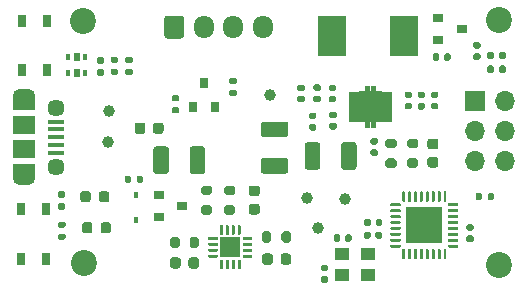
<source format=gbr>
%TF.GenerationSoftware,KiCad,Pcbnew,(5.1.10)-1*%
%TF.CreationDate,2022-01-07T12:59:57+03:00*%
%TF.ProjectId,calve_heater,63616c76-655f-4686-9561-7465722e6b69,rev?*%
%TF.SameCoordinates,Original*%
%TF.FileFunction,Soldermask,Top*%
%TF.FilePolarity,Negative*%
%FSLAX46Y46*%
G04 Gerber Fmt 4.6, Leading zero omitted, Abs format (unit mm)*
G04 Created by KiCad (PCBNEW (5.1.10)-1) date 2022-01-07 12:59:57*
%MOMM*%
%LPD*%
G01*
G04 APERTURE LIST*
%ADD10C,0.010000*%
%ADD11C,2.200000*%
%ADD12R,0.450000X0.600000*%
%ADD13R,1.900000X1.500000*%
%ADD14C,1.450000*%
%ADD15R,1.350000X0.400000*%
%ADD16O,1.900000X1.200000*%
%ADD17R,1.900000X1.200000*%
%ADD18O,1.700000X1.950000*%
%ADD19R,0.900000X0.800000*%
%ADD20R,0.800000X0.900000*%
%ADD21C,1.000000*%
%ADD22R,1.680000X1.680000*%
%ADD23R,3.100000X3.100000*%
%ADD24R,0.400000X0.600000*%
%ADD25R,0.500000X0.700000*%
%ADD26R,1.300000X1.000000*%
%ADD27R,2.350000X3.500000*%
%ADD28R,1.700000X1.700000*%
%ADD29O,1.700000X1.700000*%
%ADD30R,0.650000X1.050000*%
G04 APERTURE END LIST*
D10*
%TO.C,U2*%
G36*
X41005000Y-133260000D02*
G01*
X41745000Y-133260000D01*
X41745000Y-133640000D01*
X41005000Y-133640000D01*
X41005000Y-133260000D01*
G37*
X41005000Y-133260000D02*
X41745000Y-133260000D01*
X41745000Y-133640000D01*
X41005000Y-133640000D01*
X41005000Y-133260000D01*
G36*
X41005000Y-133760000D02*
G01*
X41745000Y-133760000D01*
X41745000Y-134140000D01*
X41005000Y-134140000D01*
X41005000Y-133760000D01*
G37*
X41005000Y-133760000D02*
X41745000Y-133760000D01*
X41745000Y-134140000D01*
X41005000Y-134140000D01*
X41005000Y-133760000D01*
G36*
X41005000Y-134260000D02*
G01*
X41745000Y-134260000D01*
X41745000Y-134640000D01*
X41005000Y-134640000D01*
X41005000Y-134260000D01*
G37*
X41005000Y-134260000D02*
X41745000Y-134260000D01*
X41745000Y-134640000D01*
X41005000Y-134640000D01*
X41005000Y-134260000D01*
G36*
X41005000Y-134760000D02*
G01*
X41745000Y-134760000D01*
X41745000Y-135140000D01*
X41005000Y-135140000D01*
X41005000Y-134760000D01*
G37*
X41005000Y-134760000D02*
X41745000Y-134760000D01*
X41745000Y-135140000D01*
X41005000Y-135140000D01*
X41005000Y-134760000D01*
G36*
X41005000Y-135260000D02*
G01*
X41745000Y-135260000D01*
X41745000Y-135640000D01*
X41005000Y-135640000D01*
X41005000Y-135260000D01*
G37*
X41005000Y-135260000D02*
X41745000Y-135260000D01*
X41745000Y-135640000D01*
X41005000Y-135640000D01*
X41005000Y-135260000D01*
G36*
X43805000Y-135260000D02*
G01*
X44545000Y-135260000D01*
X44545000Y-135640000D01*
X43805000Y-135640000D01*
X43805000Y-135260000D01*
G37*
X43805000Y-135260000D02*
X44545000Y-135260000D01*
X44545000Y-135640000D01*
X43805000Y-135640000D01*
X43805000Y-135260000D01*
G36*
X43805000Y-134760000D02*
G01*
X44545000Y-134760000D01*
X44545000Y-135140000D01*
X43805000Y-135140000D01*
X43805000Y-134760000D01*
G37*
X43805000Y-134760000D02*
X44545000Y-134760000D01*
X44545000Y-135140000D01*
X43805000Y-135140000D01*
X43805000Y-134760000D01*
G36*
X43805000Y-134260000D02*
G01*
X44545000Y-134260000D01*
X44545000Y-134640000D01*
X43805000Y-134640000D01*
X43805000Y-134260000D01*
G37*
X43805000Y-134260000D02*
X44545000Y-134260000D01*
X44545000Y-134640000D01*
X43805000Y-134640000D01*
X43805000Y-134260000D01*
G36*
X43805000Y-133760000D02*
G01*
X44545000Y-133760000D01*
X44545000Y-134140000D01*
X43805000Y-134140000D01*
X43805000Y-133760000D01*
G37*
X43805000Y-133760000D02*
X44545000Y-133760000D01*
X44545000Y-134140000D01*
X43805000Y-134140000D01*
X43805000Y-133760000D01*
G36*
X43805000Y-133260000D02*
G01*
X44545000Y-133260000D01*
X44545000Y-133640000D01*
X43805000Y-133640000D01*
X43805000Y-133260000D01*
G37*
X43805000Y-133260000D02*
X44545000Y-133260000D01*
X44545000Y-133640000D01*
X43805000Y-133640000D01*
X43805000Y-133260000D01*
G36*
X41880000Y-133180000D02*
G01*
X42330000Y-133180000D01*
X42330000Y-132680000D01*
X42720000Y-132680000D01*
X42720000Y-133180000D01*
X42830000Y-133180000D01*
X42830000Y-132680000D01*
X43220000Y-132680000D01*
X43220000Y-133180000D01*
X43670000Y-133180000D01*
X43670000Y-135720000D01*
X43220000Y-135720000D01*
X43220000Y-136220000D01*
X42830000Y-136220000D01*
X42830000Y-135720000D01*
X42720000Y-135720000D01*
X42720000Y-136220000D01*
X42330000Y-136220000D01*
X42330000Y-135720000D01*
X41880000Y-135720000D01*
X41880000Y-133180000D01*
G37*
X41880000Y-133180000D02*
X42330000Y-133180000D01*
X42330000Y-132680000D01*
X42720000Y-132680000D01*
X42720000Y-133180000D01*
X42830000Y-133180000D01*
X42830000Y-132680000D01*
X43220000Y-132680000D01*
X43220000Y-133180000D01*
X43670000Y-133180000D01*
X43670000Y-135720000D01*
X43220000Y-135720000D01*
X43220000Y-136220000D01*
X42830000Y-136220000D01*
X42830000Y-135720000D01*
X42720000Y-135720000D01*
X42720000Y-136220000D01*
X42330000Y-136220000D01*
X42330000Y-135720000D01*
X41880000Y-135720000D01*
X41880000Y-133180000D01*
%TD*%
D11*
%TO.C,H2*%
X18475000Y-127250000D03*
%TD*%
%TO.C,R12*%
G36*
G01*
X52260000Y-141890000D02*
X52260000Y-142260000D01*
G75*
G02*
X52125000Y-142395000I-135000J0D01*
G01*
X51855000Y-142395000D01*
G75*
G02*
X51720000Y-142260000I0J135000D01*
G01*
X51720000Y-141890000D01*
G75*
G02*
X51855000Y-141755000I135000J0D01*
G01*
X52125000Y-141755000D01*
G75*
G02*
X52260000Y-141890000I0J-135000D01*
G01*
G37*
G36*
G01*
X53280000Y-141890000D02*
X53280000Y-142260000D01*
G75*
G02*
X53145000Y-142395000I-135000J0D01*
G01*
X52875000Y-142395000D01*
G75*
G02*
X52740000Y-142260000I0J135000D01*
G01*
X52740000Y-141890000D01*
G75*
G02*
X52875000Y-141755000I135000J0D01*
G01*
X53145000Y-141755000D01*
G75*
G02*
X53280000Y-141890000I0J-135000D01*
G01*
G37*
%TD*%
%TO.C,C1*%
G36*
G01*
X45855000Y-134145000D02*
X46195000Y-134145000D01*
G75*
G02*
X46335000Y-134285000I0J-140000D01*
G01*
X46335000Y-134565000D01*
G75*
G02*
X46195000Y-134705000I-140000J0D01*
G01*
X45855000Y-134705000D01*
G75*
G02*
X45715000Y-134565000I0J140000D01*
G01*
X45715000Y-134285000D01*
G75*
G02*
X45855000Y-134145000I140000J0D01*
G01*
G37*
G36*
G01*
X45855000Y-133185000D02*
X46195000Y-133185000D01*
G75*
G02*
X46335000Y-133325000I0J-140000D01*
G01*
X46335000Y-133605000D01*
G75*
G02*
X46195000Y-133745000I-140000J0D01*
G01*
X45855000Y-133745000D01*
G75*
G02*
X45715000Y-133605000I0J140000D01*
G01*
X45715000Y-133325000D01*
G75*
G02*
X45855000Y-133185000I140000J0D01*
G01*
G37*
%TD*%
%TO.C,C2*%
G36*
G01*
X46955000Y-134155000D02*
X47295000Y-134155000D01*
G75*
G02*
X47435000Y-134295000I0J-140000D01*
G01*
X47435000Y-134575000D01*
G75*
G02*
X47295000Y-134715000I-140000J0D01*
G01*
X46955000Y-134715000D01*
G75*
G02*
X46815000Y-134575000I0J140000D01*
G01*
X46815000Y-134295000D01*
G75*
G02*
X46955000Y-134155000I140000J0D01*
G01*
G37*
G36*
G01*
X46955000Y-133195000D02*
X47295000Y-133195000D01*
G75*
G02*
X47435000Y-133335000I0J-140000D01*
G01*
X47435000Y-133615000D01*
G75*
G02*
X47295000Y-133755000I-140000J0D01*
G01*
X46955000Y-133755000D01*
G75*
G02*
X46815000Y-133615000I0J140000D01*
G01*
X46815000Y-133335000D01*
G75*
G02*
X46955000Y-133195000I140000J0D01*
G01*
G37*
%TD*%
%TO.C,C3*%
G36*
G01*
X48080000Y-133185000D02*
X48420000Y-133185000D01*
G75*
G02*
X48560000Y-133325000I0J-140000D01*
G01*
X48560000Y-133605000D01*
G75*
G02*
X48420000Y-133745000I-140000J0D01*
G01*
X48080000Y-133745000D01*
G75*
G02*
X47940000Y-133605000I0J140000D01*
G01*
X47940000Y-133325000D01*
G75*
G02*
X48080000Y-133185000I140000J0D01*
G01*
G37*
G36*
G01*
X48080000Y-134145000D02*
X48420000Y-134145000D01*
G75*
G02*
X48560000Y-134285000I0J-140000D01*
G01*
X48560000Y-134565000D01*
G75*
G02*
X48420000Y-134705000I-140000J0D01*
G01*
X48080000Y-134705000D01*
G75*
G02*
X47940000Y-134565000I0J140000D01*
G01*
X47940000Y-134285000D01*
G75*
G02*
X48080000Y-134145000I140000J0D01*
G01*
G37*
%TD*%
%TO.C,C4*%
G36*
G01*
X33225000Y-143600000D02*
X32725000Y-143600000D01*
G75*
G02*
X32500000Y-143375000I0J225000D01*
G01*
X32500000Y-142925000D01*
G75*
G02*
X32725000Y-142700000I225000J0D01*
G01*
X33225000Y-142700000D01*
G75*
G02*
X33450000Y-142925000I0J-225000D01*
G01*
X33450000Y-143375000D01*
G75*
G02*
X33225000Y-143600000I-225000J0D01*
G01*
G37*
G36*
G01*
X33225000Y-142050000D02*
X32725000Y-142050000D01*
G75*
G02*
X32500000Y-141825000I0J225000D01*
G01*
X32500000Y-141375000D01*
G75*
G02*
X32725000Y-141150000I225000J0D01*
G01*
X33225000Y-141150000D01*
G75*
G02*
X33450000Y-141375000I0J-225000D01*
G01*
X33450000Y-141825000D01*
G75*
G02*
X33225000Y-142050000I-225000J0D01*
G01*
G37*
%TD*%
%TO.C,C5*%
G36*
G01*
X42955000Y-137120000D02*
X43295000Y-137120000D01*
G75*
G02*
X43435000Y-137260000I0J-140000D01*
G01*
X43435000Y-137540000D01*
G75*
G02*
X43295000Y-137680000I-140000J0D01*
G01*
X42955000Y-137680000D01*
G75*
G02*
X42815000Y-137540000I0J140000D01*
G01*
X42815000Y-137260000D01*
G75*
G02*
X42955000Y-137120000I140000J0D01*
G01*
G37*
G36*
G01*
X42955000Y-138080000D02*
X43295000Y-138080000D01*
G75*
G02*
X43435000Y-138220000I0J-140000D01*
G01*
X43435000Y-138500000D01*
G75*
G02*
X43295000Y-138640000I-140000J0D01*
G01*
X42955000Y-138640000D01*
G75*
G02*
X42815000Y-138500000I0J140000D01*
G01*
X42815000Y-138220000D01*
G75*
G02*
X42955000Y-138080000I140000J0D01*
G01*
G37*
%TD*%
%TO.C,C6*%
G36*
G01*
X25300000Y-136050000D02*
X25300000Y-136550000D01*
G75*
G02*
X25075000Y-136775000I-225000J0D01*
G01*
X24625000Y-136775000D01*
G75*
G02*
X24400000Y-136550000I0J225000D01*
G01*
X24400000Y-136050000D01*
G75*
G02*
X24625000Y-135825000I225000J0D01*
G01*
X25075000Y-135825000D01*
G75*
G02*
X25300000Y-136050000I0J-225000D01*
G01*
G37*
G36*
G01*
X23750000Y-136050000D02*
X23750000Y-136550000D01*
G75*
G02*
X23525000Y-136775000I-225000J0D01*
G01*
X23075000Y-136775000D01*
G75*
G02*
X22850000Y-136550000I0J225000D01*
G01*
X22850000Y-136050000D01*
G75*
G02*
X23075000Y-135825000I225000J0D01*
G01*
X23525000Y-135825000D01*
G75*
G02*
X23750000Y-136050000I0J-225000D01*
G01*
G37*
%TD*%
%TO.C,C7*%
G36*
G01*
X27500000Y-139925002D02*
X27500000Y-138074998D01*
G75*
G02*
X27749998Y-137825000I249998J0D01*
G01*
X28575002Y-137825000D01*
G75*
G02*
X28825000Y-138074998I0J-249998D01*
G01*
X28825000Y-139925002D01*
G75*
G02*
X28575002Y-140175000I-249998J0D01*
G01*
X27749998Y-140175000D01*
G75*
G02*
X27500000Y-139925002I0J249998D01*
G01*
G37*
G36*
G01*
X24425000Y-139925002D02*
X24425000Y-138074998D01*
G75*
G02*
X24674998Y-137825000I249998J0D01*
G01*
X25500002Y-137825000D01*
G75*
G02*
X25750000Y-138074998I0J-249998D01*
G01*
X25750000Y-139925002D01*
G75*
G02*
X25500002Y-140175000I-249998J0D01*
G01*
X24674998Y-140175000D01*
G75*
G02*
X24425000Y-139925002I0J249998D01*
G01*
G37*
%TD*%
%TO.C,C8*%
G36*
G01*
X48350000Y-138075000D02*
X47850000Y-138075000D01*
G75*
G02*
X47625000Y-137850000I0J225000D01*
G01*
X47625000Y-137400000D01*
G75*
G02*
X47850000Y-137175000I225000J0D01*
G01*
X48350000Y-137175000D01*
G75*
G02*
X48575000Y-137400000I0J-225000D01*
G01*
X48575000Y-137850000D01*
G75*
G02*
X48350000Y-138075000I-225000J0D01*
G01*
G37*
G36*
G01*
X48350000Y-139625000D02*
X47850000Y-139625000D01*
G75*
G02*
X47625000Y-139400000I0J225000D01*
G01*
X47625000Y-138950000D01*
G75*
G02*
X47850000Y-138725000I225000J0D01*
G01*
X48350000Y-138725000D01*
G75*
G02*
X48575000Y-138950000I0J-225000D01*
G01*
X48575000Y-139400000D01*
G75*
G02*
X48350000Y-139625000I-225000J0D01*
G01*
G37*
%TD*%
%TO.C,C9*%
G36*
G01*
X26750000Y-147450000D02*
X26750000Y-147950000D01*
G75*
G02*
X26525000Y-148175000I-225000J0D01*
G01*
X26075000Y-148175000D01*
G75*
G02*
X25850000Y-147950000I0J225000D01*
G01*
X25850000Y-147450000D01*
G75*
G02*
X26075000Y-147225000I225000J0D01*
G01*
X26525000Y-147225000D01*
G75*
G02*
X26750000Y-147450000I0J-225000D01*
G01*
G37*
G36*
G01*
X28300000Y-147450000D02*
X28300000Y-147950000D01*
G75*
G02*
X28075000Y-148175000I-225000J0D01*
G01*
X27625000Y-148175000D01*
G75*
G02*
X27400000Y-147950000I0J225000D01*
G01*
X27400000Y-147450000D01*
G75*
G02*
X27625000Y-147225000I225000J0D01*
G01*
X28075000Y-147225000D01*
G75*
G02*
X28300000Y-147450000I0J-225000D01*
G01*
G37*
%TD*%
%TO.C,C10*%
G36*
G01*
X39480000Y-134885000D02*
X39820000Y-134885000D01*
G75*
G02*
X39960000Y-135025000I0J-140000D01*
G01*
X39960000Y-135305000D01*
G75*
G02*
X39820000Y-135445000I-140000J0D01*
G01*
X39480000Y-135445000D01*
G75*
G02*
X39340000Y-135305000I0J140000D01*
G01*
X39340000Y-135025000D01*
G75*
G02*
X39480000Y-134885000I140000J0D01*
G01*
G37*
G36*
G01*
X39480000Y-135845000D02*
X39820000Y-135845000D01*
G75*
G02*
X39960000Y-135985000I0J-140000D01*
G01*
X39960000Y-136265000D01*
G75*
G02*
X39820000Y-136405000I-140000J0D01*
G01*
X39480000Y-136405000D01*
G75*
G02*
X39340000Y-136265000I0J140000D01*
G01*
X39340000Y-135985000D01*
G75*
G02*
X39480000Y-135845000I140000J0D01*
G01*
G37*
%TD*%
%TO.C,C11*%
G36*
G01*
X33650000Y-147625000D02*
X33650000Y-147125000D01*
G75*
G02*
X33875000Y-146900000I225000J0D01*
G01*
X34325000Y-146900000D01*
G75*
G02*
X34550000Y-147125000I0J-225000D01*
G01*
X34550000Y-147625000D01*
G75*
G02*
X34325000Y-147850000I-225000J0D01*
G01*
X33875000Y-147850000D01*
G75*
G02*
X33650000Y-147625000I0J225000D01*
G01*
G37*
G36*
G01*
X35200000Y-147625000D02*
X35200000Y-147125000D01*
G75*
G02*
X35425000Y-146900000I225000J0D01*
G01*
X35875000Y-146900000D01*
G75*
G02*
X36100000Y-147125000I0J-225000D01*
G01*
X36100000Y-147625000D01*
G75*
G02*
X35875000Y-147850000I-225000J0D01*
G01*
X35425000Y-147850000D01*
G75*
G02*
X35200000Y-147625000I0J225000D01*
G01*
G37*
%TD*%
%TO.C,C12*%
G36*
G01*
X37755000Y-135930000D02*
X38095000Y-135930000D01*
G75*
G02*
X38235000Y-136070000I0J-140000D01*
G01*
X38235000Y-136350000D01*
G75*
G02*
X38095000Y-136490000I-140000J0D01*
G01*
X37755000Y-136490000D01*
G75*
G02*
X37615000Y-136350000I0J140000D01*
G01*
X37615000Y-136070000D01*
G75*
G02*
X37755000Y-135930000I140000J0D01*
G01*
G37*
G36*
G01*
X37755000Y-134970000D02*
X38095000Y-134970000D01*
G75*
G02*
X38235000Y-135110000I0J-140000D01*
G01*
X38235000Y-135390000D01*
G75*
G02*
X38095000Y-135530000I-140000J0D01*
G01*
X37755000Y-135530000D01*
G75*
G02*
X37615000Y-135390000I0J140000D01*
G01*
X37615000Y-135110000D01*
G75*
G02*
X37755000Y-134970000I140000J0D01*
G01*
G37*
%TD*%
%TO.C,C13*%
G36*
G01*
X37095000Y-134115000D02*
X36755000Y-134115000D01*
G75*
G02*
X36615000Y-133975000I0J140000D01*
G01*
X36615000Y-133695000D01*
G75*
G02*
X36755000Y-133555000I140000J0D01*
G01*
X37095000Y-133555000D01*
G75*
G02*
X37235000Y-133695000I0J-140000D01*
G01*
X37235000Y-133975000D01*
G75*
G02*
X37095000Y-134115000I-140000J0D01*
G01*
G37*
G36*
G01*
X37095000Y-133155000D02*
X36755000Y-133155000D01*
G75*
G02*
X36615000Y-133015000I0J140000D01*
G01*
X36615000Y-132735000D01*
G75*
G02*
X36755000Y-132595000I140000J0D01*
G01*
X37095000Y-132595000D01*
G75*
G02*
X37235000Y-132735000I0J-140000D01*
G01*
X37235000Y-133015000D01*
G75*
G02*
X37095000Y-133155000I-140000J0D01*
G01*
G37*
%TD*%
%TO.C,C14*%
G36*
G01*
X38470000Y-133130000D02*
X38130000Y-133130000D01*
G75*
G02*
X37990000Y-132990000I0J140000D01*
G01*
X37990000Y-132710000D01*
G75*
G02*
X38130000Y-132570000I140000J0D01*
G01*
X38470000Y-132570000D01*
G75*
G02*
X38610000Y-132710000I0J-140000D01*
G01*
X38610000Y-132990000D01*
G75*
G02*
X38470000Y-133130000I-140000J0D01*
G01*
G37*
G36*
G01*
X38470000Y-134090000D02*
X38130000Y-134090000D01*
G75*
G02*
X37990000Y-133950000I0J140000D01*
G01*
X37990000Y-133670000D01*
G75*
G02*
X38130000Y-133530000I140000J0D01*
G01*
X38470000Y-133530000D01*
G75*
G02*
X38610000Y-133670000I0J-140000D01*
G01*
X38610000Y-133950000D01*
G75*
G02*
X38470000Y-134090000I-140000J0D01*
G01*
G37*
%TD*%
%TO.C,C15*%
G36*
G01*
X39770000Y-134115000D02*
X39430000Y-134115000D01*
G75*
G02*
X39290000Y-133975000I0J140000D01*
G01*
X39290000Y-133695000D01*
G75*
G02*
X39430000Y-133555000I140000J0D01*
G01*
X39770000Y-133555000D01*
G75*
G02*
X39910000Y-133695000I0J-140000D01*
G01*
X39910000Y-133975000D01*
G75*
G02*
X39770000Y-134115000I-140000J0D01*
G01*
G37*
G36*
G01*
X39770000Y-133155000D02*
X39430000Y-133155000D01*
G75*
G02*
X39290000Y-133015000I0J140000D01*
G01*
X39290000Y-132735000D01*
G75*
G02*
X39430000Y-132595000I140000J0D01*
G01*
X39770000Y-132595000D01*
G75*
G02*
X39910000Y-132735000I0J-140000D01*
G01*
X39910000Y-133015000D01*
G75*
G02*
X39770000Y-133155000I-140000J0D01*
G01*
G37*
%TD*%
%TO.C,C16*%
G36*
G01*
X33774998Y-135737500D02*
X35625002Y-135737500D01*
G75*
G02*
X35875000Y-135987498I0J-249998D01*
G01*
X35875000Y-136812502D01*
G75*
G02*
X35625002Y-137062500I-249998J0D01*
G01*
X33774998Y-137062500D01*
G75*
G02*
X33525000Y-136812502I0J249998D01*
G01*
X33525000Y-135987498D01*
G75*
G02*
X33774998Y-135737500I249998J0D01*
G01*
G37*
G36*
G01*
X33774998Y-138812500D02*
X35625002Y-138812500D01*
G75*
G02*
X35875000Y-139062498I0J-249998D01*
G01*
X35875000Y-139887502D01*
G75*
G02*
X35625002Y-140137500I-249998J0D01*
G01*
X33774998Y-140137500D01*
G75*
G02*
X33525000Y-139887502I0J249998D01*
G01*
X33525000Y-139062498D01*
G75*
G02*
X33774998Y-138812500I249998J0D01*
G01*
G37*
%TD*%
%TO.C,C17*%
G36*
G01*
X37250000Y-139575002D02*
X37250000Y-137724998D01*
G75*
G02*
X37499998Y-137475000I249998J0D01*
G01*
X38325002Y-137475000D01*
G75*
G02*
X38575000Y-137724998I0J-249998D01*
G01*
X38575000Y-139575002D01*
G75*
G02*
X38325002Y-139825000I-249998J0D01*
G01*
X37499998Y-139825000D01*
G75*
G02*
X37250000Y-139575002I0J249998D01*
G01*
G37*
G36*
G01*
X40325000Y-139575002D02*
X40325000Y-137724998D01*
G75*
G02*
X40574998Y-137475000I249998J0D01*
G01*
X41400002Y-137475000D01*
G75*
G02*
X41650000Y-137724998I0J-249998D01*
G01*
X41650000Y-139575002D01*
G75*
G02*
X41400002Y-139825000I-249998J0D01*
G01*
X40574998Y-139825000D01*
G75*
G02*
X40325000Y-139575002I0J249998D01*
G01*
G37*
%TD*%
%TO.C,C18*%
G36*
G01*
X43810000Y-144105000D02*
X43810000Y-144445000D01*
G75*
G02*
X43670000Y-144585000I-140000J0D01*
G01*
X43390000Y-144585000D01*
G75*
G02*
X43250000Y-144445000I0J140000D01*
G01*
X43250000Y-144105000D01*
G75*
G02*
X43390000Y-143965000I140000J0D01*
G01*
X43670000Y-143965000D01*
G75*
G02*
X43810000Y-144105000I0J-140000D01*
G01*
G37*
G36*
G01*
X42850000Y-144105000D02*
X42850000Y-144445000D01*
G75*
G02*
X42710000Y-144585000I-140000J0D01*
G01*
X42430000Y-144585000D01*
G75*
G02*
X42290000Y-144445000I0J140000D01*
G01*
X42290000Y-144105000D01*
G75*
G02*
X42430000Y-143965000I140000J0D01*
G01*
X42710000Y-143965000D01*
G75*
G02*
X42850000Y-144105000I0J-140000D01*
G01*
G37*
%TD*%
%TO.C,C19*%
G36*
G01*
X51420000Y-144975000D02*
X51080000Y-144975000D01*
G75*
G02*
X50940000Y-144835000I0J140000D01*
G01*
X50940000Y-144555000D01*
G75*
G02*
X51080000Y-144415000I140000J0D01*
G01*
X51420000Y-144415000D01*
G75*
G02*
X51560000Y-144555000I0J-140000D01*
G01*
X51560000Y-144835000D01*
G75*
G02*
X51420000Y-144975000I-140000J0D01*
G01*
G37*
G36*
G01*
X51420000Y-145935000D02*
X51080000Y-145935000D01*
G75*
G02*
X50940000Y-145795000I0J140000D01*
G01*
X50940000Y-145515000D01*
G75*
G02*
X51080000Y-145375000I140000J0D01*
G01*
X51420000Y-145375000D01*
G75*
G02*
X51560000Y-145515000I0J-140000D01*
G01*
X51560000Y-145795000D01*
G75*
G02*
X51420000Y-145935000I-140000J0D01*
G01*
G37*
%TD*%
%TO.C,C20*%
G36*
G01*
X42830000Y-145180000D02*
X42830000Y-145520000D01*
G75*
G02*
X42690000Y-145660000I-140000J0D01*
G01*
X42410000Y-145660000D01*
G75*
G02*
X42270000Y-145520000I0J140000D01*
G01*
X42270000Y-145180000D01*
G75*
G02*
X42410000Y-145040000I140000J0D01*
G01*
X42690000Y-145040000D01*
G75*
G02*
X42830000Y-145180000I0J-140000D01*
G01*
G37*
G36*
G01*
X43790000Y-145180000D02*
X43790000Y-145520000D01*
G75*
G02*
X43650000Y-145660000I-140000J0D01*
G01*
X43370000Y-145660000D01*
G75*
G02*
X43230000Y-145520000I0J140000D01*
G01*
X43230000Y-145180000D01*
G75*
G02*
X43370000Y-145040000I140000J0D01*
G01*
X43650000Y-145040000D01*
G75*
G02*
X43790000Y-145180000I0J-140000D01*
G01*
G37*
%TD*%
%TO.C,C21*%
G36*
G01*
X41210000Y-145430000D02*
X41210000Y-145770000D01*
G75*
G02*
X41070000Y-145910000I-140000J0D01*
G01*
X40790000Y-145910000D01*
G75*
G02*
X40650000Y-145770000I0J140000D01*
G01*
X40650000Y-145430000D01*
G75*
G02*
X40790000Y-145290000I140000J0D01*
G01*
X41070000Y-145290000D01*
G75*
G02*
X41210000Y-145430000I0J-140000D01*
G01*
G37*
G36*
G01*
X40250000Y-145430000D02*
X40250000Y-145770000D01*
G75*
G02*
X40110000Y-145910000I-140000J0D01*
G01*
X39830000Y-145910000D01*
G75*
G02*
X39690000Y-145770000I0J140000D01*
G01*
X39690000Y-145430000D01*
G75*
G02*
X39830000Y-145290000I140000J0D01*
G01*
X40110000Y-145290000D01*
G75*
G02*
X40250000Y-145430000I0J-140000D01*
G01*
G37*
%TD*%
%TO.C,C22*%
G36*
G01*
X39095000Y-148420000D02*
X38755000Y-148420000D01*
G75*
G02*
X38615000Y-148280000I0J140000D01*
G01*
X38615000Y-148000000D01*
G75*
G02*
X38755000Y-147860000I140000J0D01*
G01*
X39095000Y-147860000D01*
G75*
G02*
X39235000Y-148000000I0J-140000D01*
G01*
X39235000Y-148280000D01*
G75*
G02*
X39095000Y-148420000I-140000J0D01*
G01*
G37*
G36*
G01*
X39095000Y-149380000D02*
X38755000Y-149380000D01*
G75*
G02*
X38615000Y-149240000I0J140000D01*
G01*
X38615000Y-148960000D01*
G75*
G02*
X38755000Y-148820000I140000J0D01*
G01*
X39095000Y-148820000D01*
G75*
G02*
X39235000Y-148960000I0J-140000D01*
G01*
X39235000Y-149240000D01*
G75*
G02*
X39095000Y-149380000I-140000J0D01*
G01*
G37*
%TD*%
D12*
%TO.C,D1*%
X22925000Y-144075000D03*
X22925000Y-141975000D03*
%TD*%
%TO.C,D2*%
G36*
G01*
X20700000Y-141843750D02*
X20700000Y-142356250D01*
G75*
G02*
X20481250Y-142575000I-218750J0D01*
G01*
X20043750Y-142575000D01*
G75*
G02*
X19825000Y-142356250I0J218750D01*
G01*
X19825000Y-141843750D01*
G75*
G02*
X20043750Y-141625000I218750J0D01*
G01*
X20481250Y-141625000D01*
G75*
G02*
X20700000Y-141843750I0J-218750D01*
G01*
G37*
G36*
G01*
X19125000Y-141843750D02*
X19125000Y-142356250D01*
G75*
G02*
X18906250Y-142575000I-218750J0D01*
G01*
X18468750Y-142575000D01*
G75*
G02*
X18250000Y-142356250I0J218750D01*
G01*
X18250000Y-141843750D01*
G75*
G02*
X18468750Y-141625000I218750J0D01*
G01*
X18906250Y-141625000D01*
G75*
G02*
X19125000Y-141843750I0J-218750D01*
G01*
G37*
%TD*%
%TO.C,D3*%
G36*
G01*
X19275000Y-144468750D02*
X19275000Y-144981250D01*
G75*
G02*
X19056250Y-145200000I-218750J0D01*
G01*
X18618750Y-145200000D01*
G75*
G02*
X18400000Y-144981250I0J218750D01*
G01*
X18400000Y-144468750D01*
G75*
G02*
X18618750Y-144250000I218750J0D01*
G01*
X19056250Y-144250000D01*
G75*
G02*
X19275000Y-144468750I0J-218750D01*
G01*
G37*
G36*
G01*
X20850000Y-144468750D02*
X20850000Y-144981250D01*
G75*
G02*
X20631250Y-145200000I-218750J0D01*
G01*
X20193750Y-145200000D01*
G75*
G02*
X19975000Y-144981250I0J218750D01*
G01*
X19975000Y-144468750D01*
G75*
G02*
X20193750Y-144250000I218750J0D01*
G01*
X20631250Y-144250000D01*
G75*
G02*
X20850000Y-144468750I0J-218750D01*
G01*
G37*
%TD*%
D11*
%TO.C,H1*%
X18550000Y-147700000D03*
%TD*%
%TO.C,H3*%
X53725000Y-127150000D03*
%TD*%
%TO.C,H4*%
X53725000Y-147850000D03*
%TD*%
D13*
%TO.C,J1*%
X13462500Y-138050000D03*
D14*
X16162500Y-134550000D03*
D15*
X16162500Y-136400000D03*
X16162500Y-135750000D03*
X16162500Y-138350000D03*
X16162500Y-137700000D03*
X16162500Y-137050000D03*
D14*
X16162500Y-139550000D03*
D13*
X13462500Y-136050000D03*
D16*
X13462500Y-133550000D03*
X13462500Y-140550000D03*
D17*
X13462500Y-139950000D03*
X13462500Y-134150000D03*
%TD*%
%TO.C,J2*%
G36*
G01*
X25350000Y-128450000D02*
X25350000Y-127000000D01*
G75*
G02*
X25600000Y-126750000I250000J0D01*
G01*
X26800000Y-126750000D01*
G75*
G02*
X27050000Y-127000000I0J-250000D01*
G01*
X27050000Y-128450000D01*
G75*
G02*
X26800000Y-128700000I-250000J0D01*
G01*
X25600000Y-128700000D01*
G75*
G02*
X25350000Y-128450000I0J250000D01*
G01*
G37*
D18*
X28700000Y-127725000D03*
X31200000Y-127725000D03*
X33700000Y-127725000D03*
%TD*%
D19*
%TO.C,Q1*%
X24900000Y-141925000D03*
X24900000Y-143825000D03*
X26900000Y-142875000D03*
%TD*%
D20*
%TO.C,Q2*%
X28700000Y-132475000D03*
X29650000Y-134475000D03*
X27750000Y-134475000D03*
%TD*%
%TO.C,R1*%
G36*
G01*
X31175000Y-141950000D02*
X30625000Y-141950000D01*
G75*
G02*
X30425000Y-141750000I0J200000D01*
G01*
X30425000Y-141350000D01*
G75*
G02*
X30625000Y-141150000I200000J0D01*
G01*
X31175000Y-141150000D01*
G75*
G02*
X31375000Y-141350000I0J-200000D01*
G01*
X31375000Y-141750000D01*
G75*
G02*
X31175000Y-141950000I-200000J0D01*
G01*
G37*
G36*
G01*
X31175000Y-143600000D02*
X30625000Y-143600000D01*
G75*
G02*
X30425000Y-143400000I0J200000D01*
G01*
X30425000Y-143000000D01*
G75*
G02*
X30625000Y-142800000I200000J0D01*
G01*
X31175000Y-142800000D01*
G75*
G02*
X31375000Y-143000000I0J-200000D01*
G01*
X31375000Y-143400000D01*
G75*
G02*
X31175000Y-143600000I-200000J0D01*
G01*
G37*
%TD*%
%TO.C,R2*%
G36*
G01*
X35275000Y-145775000D02*
X35275000Y-145225000D01*
G75*
G02*
X35475000Y-145025000I200000J0D01*
G01*
X35875000Y-145025000D01*
G75*
G02*
X36075000Y-145225000I0J-200000D01*
G01*
X36075000Y-145775000D01*
G75*
G02*
X35875000Y-145975000I-200000J0D01*
G01*
X35475000Y-145975000D01*
G75*
G02*
X35275000Y-145775000I0J200000D01*
G01*
G37*
G36*
G01*
X33625000Y-145775000D02*
X33625000Y-145225000D01*
G75*
G02*
X33825000Y-145025000I200000J0D01*
G01*
X34225000Y-145025000D01*
G75*
G02*
X34425000Y-145225000I0J-200000D01*
G01*
X34425000Y-145775000D01*
G75*
G02*
X34225000Y-145975000I-200000J0D01*
G01*
X33825000Y-145975000D01*
G75*
G02*
X33625000Y-145775000I0J200000D01*
G01*
G37*
%TD*%
%TO.C,R3*%
G36*
G01*
X29225000Y-143600000D02*
X28675000Y-143600000D01*
G75*
G02*
X28475000Y-143400000I0J200000D01*
G01*
X28475000Y-143000000D01*
G75*
G02*
X28675000Y-142800000I200000J0D01*
G01*
X29225000Y-142800000D01*
G75*
G02*
X29425000Y-143000000I0J-200000D01*
G01*
X29425000Y-143400000D01*
G75*
G02*
X29225000Y-143600000I-200000J0D01*
G01*
G37*
G36*
G01*
X29225000Y-141950000D02*
X28675000Y-141950000D01*
G75*
G02*
X28475000Y-141750000I0J200000D01*
G01*
X28475000Y-141350000D01*
G75*
G02*
X28675000Y-141150000I200000J0D01*
G01*
X29225000Y-141150000D01*
G75*
G02*
X29425000Y-141350000I0J-200000D01*
G01*
X29425000Y-141750000D01*
G75*
G02*
X29225000Y-141950000I-200000J0D01*
G01*
G37*
%TD*%
%TO.C,R5*%
G36*
G01*
X26650000Y-145700000D02*
X26650000Y-146250000D01*
G75*
G02*
X26450000Y-146450000I-200000J0D01*
G01*
X26050000Y-146450000D01*
G75*
G02*
X25850000Y-146250000I0J200000D01*
G01*
X25850000Y-145700000D01*
G75*
G02*
X26050000Y-145500000I200000J0D01*
G01*
X26450000Y-145500000D01*
G75*
G02*
X26650000Y-145700000I0J-200000D01*
G01*
G37*
G36*
G01*
X28300000Y-145700000D02*
X28300000Y-146250000D01*
G75*
G02*
X28100000Y-146450000I-200000J0D01*
G01*
X27700000Y-146450000D01*
G75*
G02*
X27500000Y-146250000I0J200000D01*
G01*
X27500000Y-145700000D01*
G75*
G02*
X27700000Y-145500000I200000J0D01*
G01*
X28100000Y-145500000D01*
G75*
G02*
X28300000Y-145700000I0J-200000D01*
G01*
G37*
%TD*%
%TO.C,R6*%
G36*
G01*
X46675000Y-139625000D02*
X46125000Y-139625000D01*
G75*
G02*
X45925000Y-139425000I0J200000D01*
G01*
X45925000Y-139025000D01*
G75*
G02*
X46125000Y-138825000I200000J0D01*
G01*
X46675000Y-138825000D01*
G75*
G02*
X46875000Y-139025000I0J-200000D01*
G01*
X46875000Y-139425000D01*
G75*
G02*
X46675000Y-139625000I-200000J0D01*
G01*
G37*
G36*
G01*
X46675000Y-137975000D02*
X46125000Y-137975000D01*
G75*
G02*
X45925000Y-137775000I0J200000D01*
G01*
X45925000Y-137375000D01*
G75*
G02*
X46125000Y-137175000I200000J0D01*
G01*
X46675000Y-137175000D01*
G75*
G02*
X46875000Y-137375000I0J-200000D01*
G01*
X46875000Y-137775000D01*
G75*
G02*
X46675000Y-137975000I-200000J0D01*
G01*
G37*
%TD*%
%TO.C,R7*%
G36*
G01*
X44275000Y-138850000D02*
X44825000Y-138850000D01*
G75*
G02*
X45025000Y-139050000I0J-200000D01*
G01*
X45025000Y-139450000D01*
G75*
G02*
X44825000Y-139650000I-200000J0D01*
G01*
X44275000Y-139650000D01*
G75*
G02*
X44075000Y-139450000I0J200000D01*
G01*
X44075000Y-139050000D01*
G75*
G02*
X44275000Y-138850000I200000J0D01*
G01*
G37*
G36*
G01*
X44275000Y-137200000D02*
X44825000Y-137200000D01*
G75*
G02*
X45025000Y-137400000I0J-200000D01*
G01*
X45025000Y-137800000D01*
G75*
G02*
X44825000Y-138000000I-200000J0D01*
G01*
X44275000Y-138000000D01*
G75*
G02*
X44075000Y-137800000I0J200000D01*
G01*
X44075000Y-137400000D01*
G75*
G02*
X44275000Y-137200000I200000J0D01*
G01*
G37*
%TD*%
%TO.C,R10*%
G36*
G01*
X26115000Y-133485000D02*
X26485000Y-133485000D01*
G75*
G02*
X26620000Y-133620000I0J-135000D01*
G01*
X26620000Y-133890000D01*
G75*
G02*
X26485000Y-134025000I-135000J0D01*
G01*
X26115000Y-134025000D01*
G75*
G02*
X25980000Y-133890000I0J135000D01*
G01*
X25980000Y-133620000D01*
G75*
G02*
X26115000Y-133485000I135000J0D01*
G01*
G37*
G36*
G01*
X26115000Y-134505000D02*
X26485000Y-134505000D01*
G75*
G02*
X26620000Y-134640000I0J-135000D01*
G01*
X26620000Y-134910000D01*
G75*
G02*
X26485000Y-135045000I-135000J0D01*
G01*
X26115000Y-135045000D01*
G75*
G02*
X25980000Y-134910000I0J135000D01*
G01*
X25980000Y-134640000D01*
G75*
G02*
X26115000Y-134505000I135000J0D01*
G01*
G37*
%TD*%
%TO.C,R11*%
G36*
G01*
X30990000Y-132020000D02*
X31360000Y-132020000D01*
G75*
G02*
X31495000Y-132155000I0J-135000D01*
G01*
X31495000Y-132425000D01*
G75*
G02*
X31360000Y-132560000I-135000J0D01*
G01*
X30990000Y-132560000D01*
G75*
G02*
X30855000Y-132425000I0J135000D01*
G01*
X30855000Y-132155000D01*
G75*
G02*
X30990000Y-132020000I135000J0D01*
G01*
G37*
G36*
G01*
X30990000Y-133040000D02*
X31360000Y-133040000D01*
G75*
G02*
X31495000Y-133175000I0J-135000D01*
G01*
X31495000Y-133445000D01*
G75*
G02*
X31360000Y-133580000I-135000J0D01*
G01*
X30990000Y-133580000D01*
G75*
G02*
X30855000Y-133445000I0J135000D01*
G01*
X30855000Y-133175000D01*
G75*
G02*
X30990000Y-133040000I135000J0D01*
G01*
G37*
%TD*%
%TO.C,R13*%
G36*
G01*
X19765000Y-131305000D02*
X20135000Y-131305000D01*
G75*
G02*
X20270000Y-131440000I0J-135000D01*
G01*
X20270000Y-131710000D01*
G75*
G02*
X20135000Y-131845000I-135000J0D01*
G01*
X19765000Y-131845000D01*
G75*
G02*
X19630000Y-131710000I0J135000D01*
G01*
X19630000Y-131440000D01*
G75*
G02*
X19765000Y-131305000I135000J0D01*
G01*
G37*
G36*
G01*
X19765000Y-130285000D02*
X20135000Y-130285000D01*
G75*
G02*
X20270000Y-130420000I0J-135000D01*
G01*
X20270000Y-130690000D01*
G75*
G02*
X20135000Y-130825000I-135000J0D01*
G01*
X19765000Y-130825000D01*
G75*
G02*
X19630000Y-130690000I0J135000D01*
G01*
X19630000Y-130420000D01*
G75*
G02*
X19765000Y-130285000I135000J0D01*
G01*
G37*
%TD*%
%TO.C,R14*%
G36*
G01*
X20940000Y-130230000D02*
X21310000Y-130230000D01*
G75*
G02*
X21445000Y-130365000I0J-135000D01*
G01*
X21445000Y-130635000D01*
G75*
G02*
X21310000Y-130770000I-135000J0D01*
G01*
X20940000Y-130770000D01*
G75*
G02*
X20805000Y-130635000I0J135000D01*
G01*
X20805000Y-130365000D01*
G75*
G02*
X20940000Y-130230000I135000J0D01*
G01*
G37*
G36*
G01*
X20940000Y-131250000D02*
X21310000Y-131250000D01*
G75*
G02*
X21445000Y-131385000I0J-135000D01*
G01*
X21445000Y-131655000D01*
G75*
G02*
X21310000Y-131790000I-135000J0D01*
G01*
X20940000Y-131790000D01*
G75*
G02*
X20805000Y-131655000I0J135000D01*
G01*
X20805000Y-131385000D01*
G75*
G02*
X20940000Y-131250000I135000J0D01*
G01*
G37*
%TD*%
%TO.C,R15*%
G36*
G01*
X22165000Y-131265000D02*
X22535000Y-131265000D01*
G75*
G02*
X22670000Y-131400000I0J-135000D01*
G01*
X22670000Y-131670000D01*
G75*
G02*
X22535000Y-131805000I-135000J0D01*
G01*
X22165000Y-131805000D01*
G75*
G02*
X22030000Y-131670000I0J135000D01*
G01*
X22030000Y-131400000D01*
G75*
G02*
X22165000Y-131265000I135000J0D01*
G01*
G37*
G36*
G01*
X22165000Y-130245000D02*
X22535000Y-130245000D01*
G75*
G02*
X22670000Y-130380000I0J-135000D01*
G01*
X22670000Y-130650000D01*
G75*
G02*
X22535000Y-130785000I-135000J0D01*
G01*
X22165000Y-130785000D01*
G75*
G02*
X22030000Y-130650000I0J135000D01*
G01*
X22030000Y-130380000D01*
G75*
G02*
X22165000Y-130245000I135000J0D01*
G01*
G37*
%TD*%
D21*
%TO.C,P_OUT*%
X20575000Y-137475000D03*
%TD*%
%TO.C,GND*%
X20650000Y-134850000D03*
%TD*%
%TO.C,GND*%
X38375000Y-144775000D03*
%TD*%
%TO.C,5V*%
X34325000Y-133500000D03*
%TD*%
%TO.C,RX*%
X37475000Y-142175000D03*
%TD*%
%TO.C,TX*%
X40700000Y-142325000D03*
%TD*%
%TO.C,U1*%
G36*
G01*
X29075000Y-145687500D02*
X29075000Y-145562500D01*
G75*
G02*
X29137500Y-145500000I62500J0D01*
G01*
X29837500Y-145500000D01*
G75*
G02*
X29900000Y-145562500I0J-62500D01*
G01*
X29900000Y-145687500D01*
G75*
G02*
X29837500Y-145750000I-62500J0D01*
G01*
X29137500Y-145750000D01*
G75*
G02*
X29075000Y-145687500I0J62500D01*
G01*
G37*
G36*
G01*
X29075000Y-146187500D02*
X29075000Y-146062500D01*
G75*
G02*
X29137500Y-146000000I62500J0D01*
G01*
X29837500Y-146000000D01*
G75*
G02*
X29900000Y-146062500I0J-62500D01*
G01*
X29900000Y-146187500D01*
G75*
G02*
X29837500Y-146250000I-62500J0D01*
G01*
X29137500Y-146250000D01*
G75*
G02*
X29075000Y-146187500I0J62500D01*
G01*
G37*
G36*
G01*
X29075000Y-146687500D02*
X29075000Y-146562500D01*
G75*
G02*
X29137500Y-146500000I62500J0D01*
G01*
X29837500Y-146500000D01*
G75*
G02*
X29900000Y-146562500I0J-62500D01*
G01*
X29900000Y-146687500D01*
G75*
G02*
X29837500Y-146750000I-62500J0D01*
G01*
X29137500Y-146750000D01*
G75*
G02*
X29075000Y-146687500I0J62500D01*
G01*
G37*
G36*
G01*
X29075000Y-147187500D02*
X29075000Y-147062500D01*
G75*
G02*
X29137500Y-147000000I62500J0D01*
G01*
X29837500Y-147000000D01*
G75*
G02*
X29900000Y-147062500I0J-62500D01*
G01*
X29900000Y-147187500D01*
G75*
G02*
X29837500Y-147250000I-62500J0D01*
G01*
X29137500Y-147250000D01*
G75*
G02*
X29075000Y-147187500I0J62500D01*
G01*
G37*
G36*
G01*
X30075000Y-148187500D02*
X30075000Y-147487500D01*
G75*
G02*
X30137500Y-147425000I62500J0D01*
G01*
X30262500Y-147425000D01*
G75*
G02*
X30325000Y-147487500I0J-62500D01*
G01*
X30325000Y-148187500D01*
G75*
G02*
X30262500Y-148250000I-62500J0D01*
G01*
X30137500Y-148250000D01*
G75*
G02*
X30075000Y-148187500I0J62500D01*
G01*
G37*
G36*
G01*
X30575000Y-148187500D02*
X30575000Y-147487500D01*
G75*
G02*
X30637500Y-147425000I62500J0D01*
G01*
X30762500Y-147425000D01*
G75*
G02*
X30825000Y-147487500I0J-62500D01*
G01*
X30825000Y-148187500D01*
G75*
G02*
X30762500Y-148250000I-62500J0D01*
G01*
X30637500Y-148250000D01*
G75*
G02*
X30575000Y-148187500I0J62500D01*
G01*
G37*
G36*
G01*
X31075000Y-148187500D02*
X31075000Y-147487500D01*
G75*
G02*
X31137500Y-147425000I62500J0D01*
G01*
X31262500Y-147425000D01*
G75*
G02*
X31325000Y-147487500I0J-62500D01*
G01*
X31325000Y-148187500D01*
G75*
G02*
X31262500Y-148250000I-62500J0D01*
G01*
X31137500Y-148250000D01*
G75*
G02*
X31075000Y-148187500I0J62500D01*
G01*
G37*
G36*
G01*
X31575000Y-148187500D02*
X31575000Y-147487500D01*
G75*
G02*
X31637500Y-147425000I62500J0D01*
G01*
X31762500Y-147425000D01*
G75*
G02*
X31825000Y-147487500I0J-62500D01*
G01*
X31825000Y-148187500D01*
G75*
G02*
X31762500Y-148250000I-62500J0D01*
G01*
X31637500Y-148250000D01*
G75*
G02*
X31575000Y-148187500I0J62500D01*
G01*
G37*
G36*
G01*
X32000000Y-147187500D02*
X32000000Y-147062500D01*
G75*
G02*
X32062500Y-147000000I62500J0D01*
G01*
X32762500Y-147000000D01*
G75*
G02*
X32825000Y-147062500I0J-62500D01*
G01*
X32825000Y-147187500D01*
G75*
G02*
X32762500Y-147250000I-62500J0D01*
G01*
X32062500Y-147250000D01*
G75*
G02*
X32000000Y-147187500I0J62500D01*
G01*
G37*
G36*
G01*
X32000000Y-146687500D02*
X32000000Y-146562500D01*
G75*
G02*
X32062500Y-146500000I62500J0D01*
G01*
X32762500Y-146500000D01*
G75*
G02*
X32825000Y-146562500I0J-62500D01*
G01*
X32825000Y-146687500D01*
G75*
G02*
X32762500Y-146750000I-62500J0D01*
G01*
X32062500Y-146750000D01*
G75*
G02*
X32000000Y-146687500I0J62500D01*
G01*
G37*
G36*
G01*
X32000000Y-146187500D02*
X32000000Y-146062500D01*
G75*
G02*
X32062500Y-146000000I62500J0D01*
G01*
X32762500Y-146000000D01*
G75*
G02*
X32825000Y-146062500I0J-62500D01*
G01*
X32825000Y-146187500D01*
G75*
G02*
X32762500Y-146250000I-62500J0D01*
G01*
X32062500Y-146250000D01*
G75*
G02*
X32000000Y-146187500I0J62500D01*
G01*
G37*
G36*
G01*
X32000000Y-145687500D02*
X32000000Y-145562500D01*
G75*
G02*
X32062500Y-145500000I62500J0D01*
G01*
X32762500Y-145500000D01*
G75*
G02*
X32825000Y-145562500I0J-62500D01*
G01*
X32825000Y-145687500D01*
G75*
G02*
X32762500Y-145750000I-62500J0D01*
G01*
X32062500Y-145750000D01*
G75*
G02*
X32000000Y-145687500I0J62500D01*
G01*
G37*
G36*
G01*
X31575000Y-145262500D02*
X31575000Y-144562500D01*
G75*
G02*
X31637500Y-144500000I62500J0D01*
G01*
X31762500Y-144500000D01*
G75*
G02*
X31825000Y-144562500I0J-62500D01*
G01*
X31825000Y-145262500D01*
G75*
G02*
X31762500Y-145325000I-62500J0D01*
G01*
X31637500Y-145325000D01*
G75*
G02*
X31575000Y-145262500I0J62500D01*
G01*
G37*
G36*
G01*
X31075000Y-145262500D02*
X31075000Y-144562500D01*
G75*
G02*
X31137500Y-144500000I62500J0D01*
G01*
X31262500Y-144500000D01*
G75*
G02*
X31325000Y-144562500I0J-62500D01*
G01*
X31325000Y-145262500D01*
G75*
G02*
X31262500Y-145325000I-62500J0D01*
G01*
X31137500Y-145325000D01*
G75*
G02*
X31075000Y-145262500I0J62500D01*
G01*
G37*
G36*
G01*
X30575000Y-145262500D02*
X30575000Y-144562500D01*
G75*
G02*
X30637500Y-144500000I62500J0D01*
G01*
X30762500Y-144500000D01*
G75*
G02*
X30825000Y-144562500I0J-62500D01*
G01*
X30825000Y-145262500D01*
G75*
G02*
X30762500Y-145325000I-62500J0D01*
G01*
X30637500Y-145325000D01*
G75*
G02*
X30575000Y-145262500I0J62500D01*
G01*
G37*
G36*
G01*
X30075000Y-145262500D02*
X30075000Y-144562500D01*
G75*
G02*
X30137500Y-144500000I62500J0D01*
G01*
X30262500Y-144500000D01*
G75*
G02*
X30325000Y-144562500I0J-62500D01*
G01*
X30325000Y-145262500D01*
G75*
G02*
X30262500Y-145325000I-62500J0D01*
G01*
X30137500Y-145325000D01*
G75*
G02*
X30075000Y-145262500I0J62500D01*
G01*
G37*
D22*
X30950000Y-146375000D03*
%TD*%
%TO.C,U3*%
G36*
G01*
X44500000Y-142837500D02*
X44500000Y-142712500D01*
G75*
G02*
X44562500Y-142650000I62500J0D01*
G01*
X45312500Y-142650000D01*
G75*
G02*
X45375000Y-142712500I0J-62500D01*
G01*
X45375000Y-142837500D01*
G75*
G02*
X45312500Y-142900000I-62500J0D01*
G01*
X44562500Y-142900000D01*
G75*
G02*
X44500000Y-142837500I0J62500D01*
G01*
G37*
G36*
G01*
X44500000Y-143337500D02*
X44500000Y-143212500D01*
G75*
G02*
X44562500Y-143150000I62500J0D01*
G01*
X45312500Y-143150000D01*
G75*
G02*
X45375000Y-143212500I0J-62500D01*
G01*
X45375000Y-143337500D01*
G75*
G02*
X45312500Y-143400000I-62500J0D01*
G01*
X44562500Y-143400000D01*
G75*
G02*
X44500000Y-143337500I0J62500D01*
G01*
G37*
G36*
G01*
X44500000Y-143837500D02*
X44500000Y-143712500D01*
G75*
G02*
X44562500Y-143650000I62500J0D01*
G01*
X45312500Y-143650000D01*
G75*
G02*
X45375000Y-143712500I0J-62500D01*
G01*
X45375000Y-143837500D01*
G75*
G02*
X45312500Y-143900000I-62500J0D01*
G01*
X44562500Y-143900000D01*
G75*
G02*
X44500000Y-143837500I0J62500D01*
G01*
G37*
G36*
G01*
X44500000Y-144337500D02*
X44500000Y-144212500D01*
G75*
G02*
X44562500Y-144150000I62500J0D01*
G01*
X45312500Y-144150000D01*
G75*
G02*
X45375000Y-144212500I0J-62500D01*
G01*
X45375000Y-144337500D01*
G75*
G02*
X45312500Y-144400000I-62500J0D01*
G01*
X44562500Y-144400000D01*
G75*
G02*
X44500000Y-144337500I0J62500D01*
G01*
G37*
G36*
G01*
X44500000Y-144837500D02*
X44500000Y-144712500D01*
G75*
G02*
X44562500Y-144650000I62500J0D01*
G01*
X45312500Y-144650000D01*
G75*
G02*
X45375000Y-144712500I0J-62500D01*
G01*
X45375000Y-144837500D01*
G75*
G02*
X45312500Y-144900000I-62500J0D01*
G01*
X44562500Y-144900000D01*
G75*
G02*
X44500000Y-144837500I0J62500D01*
G01*
G37*
G36*
G01*
X44500000Y-145337500D02*
X44500000Y-145212500D01*
G75*
G02*
X44562500Y-145150000I62500J0D01*
G01*
X45312500Y-145150000D01*
G75*
G02*
X45375000Y-145212500I0J-62500D01*
G01*
X45375000Y-145337500D01*
G75*
G02*
X45312500Y-145400000I-62500J0D01*
G01*
X44562500Y-145400000D01*
G75*
G02*
X44500000Y-145337500I0J62500D01*
G01*
G37*
G36*
G01*
X44500000Y-145837500D02*
X44500000Y-145712500D01*
G75*
G02*
X44562500Y-145650000I62500J0D01*
G01*
X45312500Y-145650000D01*
G75*
G02*
X45375000Y-145712500I0J-62500D01*
G01*
X45375000Y-145837500D01*
G75*
G02*
X45312500Y-145900000I-62500J0D01*
G01*
X44562500Y-145900000D01*
G75*
G02*
X44500000Y-145837500I0J62500D01*
G01*
G37*
G36*
G01*
X44500000Y-146337500D02*
X44500000Y-146212500D01*
G75*
G02*
X44562500Y-146150000I62500J0D01*
G01*
X45312500Y-146150000D01*
G75*
G02*
X45375000Y-146212500I0J-62500D01*
G01*
X45375000Y-146337500D01*
G75*
G02*
X45312500Y-146400000I-62500J0D01*
G01*
X44562500Y-146400000D01*
G75*
G02*
X44500000Y-146337500I0J62500D01*
G01*
G37*
G36*
G01*
X45500000Y-147337500D02*
X45500000Y-146587500D01*
G75*
G02*
X45562500Y-146525000I62500J0D01*
G01*
X45687500Y-146525000D01*
G75*
G02*
X45750000Y-146587500I0J-62500D01*
G01*
X45750000Y-147337500D01*
G75*
G02*
X45687500Y-147400000I-62500J0D01*
G01*
X45562500Y-147400000D01*
G75*
G02*
X45500000Y-147337500I0J62500D01*
G01*
G37*
G36*
G01*
X46000000Y-147337500D02*
X46000000Y-146587500D01*
G75*
G02*
X46062500Y-146525000I62500J0D01*
G01*
X46187500Y-146525000D01*
G75*
G02*
X46250000Y-146587500I0J-62500D01*
G01*
X46250000Y-147337500D01*
G75*
G02*
X46187500Y-147400000I-62500J0D01*
G01*
X46062500Y-147400000D01*
G75*
G02*
X46000000Y-147337500I0J62500D01*
G01*
G37*
G36*
G01*
X46500000Y-147337500D02*
X46500000Y-146587500D01*
G75*
G02*
X46562500Y-146525000I62500J0D01*
G01*
X46687500Y-146525000D01*
G75*
G02*
X46750000Y-146587500I0J-62500D01*
G01*
X46750000Y-147337500D01*
G75*
G02*
X46687500Y-147400000I-62500J0D01*
G01*
X46562500Y-147400000D01*
G75*
G02*
X46500000Y-147337500I0J62500D01*
G01*
G37*
G36*
G01*
X47000000Y-147337500D02*
X47000000Y-146587500D01*
G75*
G02*
X47062500Y-146525000I62500J0D01*
G01*
X47187500Y-146525000D01*
G75*
G02*
X47250000Y-146587500I0J-62500D01*
G01*
X47250000Y-147337500D01*
G75*
G02*
X47187500Y-147400000I-62500J0D01*
G01*
X47062500Y-147400000D01*
G75*
G02*
X47000000Y-147337500I0J62500D01*
G01*
G37*
G36*
G01*
X47500000Y-147337500D02*
X47500000Y-146587500D01*
G75*
G02*
X47562500Y-146525000I62500J0D01*
G01*
X47687500Y-146525000D01*
G75*
G02*
X47750000Y-146587500I0J-62500D01*
G01*
X47750000Y-147337500D01*
G75*
G02*
X47687500Y-147400000I-62500J0D01*
G01*
X47562500Y-147400000D01*
G75*
G02*
X47500000Y-147337500I0J62500D01*
G01*
G37*
G36*
G01*
X48000000Y-147337500D02*
X48000000Y-146587500D01*
G75*
G02*
X48062500Y-146525000I62500J0D01*
G01*
X48187500Y-146525000D01*
G75*
G02*
X48250000Y-146587500I0J-62500D01*
G01*
X48250000Y-147337500D01*
G75*
G02*
X48187500Y-147400000I-62500J0D01*
G01*
X48062500Y-147400000D01*
G75*
G02*
X48000000Y-147337500I0J62500D01*
G01*
G37*
G36*
G01*
X48500000Y-147337500D02*
X48500000Y-146587500D01*
G75*
G02*
X48562500Y-146525000I62500J0D01*
G01*
X48687500Y-146525000D01*
G75*
G02*
X48750000Y-146587500I0J-62500D01*
G01*
X48750000Y-147337500D01*
G75*
G02*
X48687500Y-147400000I-62500J0D01*
G01*
X48562500Y-147400000D01*
G75*
G02*
X48500000Y-147337500I0J62500D01*
G01*
G37*
G36*
G01*
X49000000Y-147337500D02*
X49000000Y-146587500D01*
G75*
G02*
X49062500Y-146525000I62500J0D01*
G01*
X49187500Y-146525000D01*
G75*
G02*
X49250000Y-146587500I0J-62500D01*
G01*
X49250000Y-147337500D01*
G75*
G02*
X49187500Y-147400000I-62500J0D01*
G01*
X49062500Y-147400000D01*
G75*
G02*
X49000000Y-147337500I0J62500D01*
G01*
G37*
G36*
G01*
X49375000Y-146337500D02*
X49375000Y-146212500D01*
G75*
G02*
X49437500Y-146150000I62500J0D01*
G01*
X50187500Y-146150000D01*
G75*
G02*
X50250000Y-146212500I0J-62500D01*
G01*
X50250000Y-146337500D01*
G75*
G02*
X50187500Y-146400000I-62500J0D01*
G01*
X49437500Y-146400000D01*
G75*
G02*
X49375000Y-146337500I0J62500D01*
G01*
G37*
G36*
G01*
X49375000Y-145837500D02*
X49375000Y-145712500D01*
G75*
G02*
X49437500Y-145650000I62500J0D01*
G01*
X50187500Y-145650000D01*
G75*
G02*
X50250000Y-145712500I0J-62500D01*
G01*
X50250000Y-145837500D01*
G75*
G02*
X50187500Y-145900000I-62500J0D01*
G01*
X49437500Y-145900000D01*
G75*
G02*
X49375000Y-145837500I0J62500D01*
G01*
G37*
G36*
G01*
X49375000Y-145337500D02*
X49375000Y-145212500D01*
G75*
G02*
X49437500Y-145150000I62500J0D01*
G01*
X50187500Y-145150000D01*
G75*
G02*
X50250000Y-145212500I0J-62500D01*
G01*
X50250000Y-145337500D01*
G75*
G02*
X50187500Y-145400000I-62500J0D01*
G01*
X49437500Y-145400000D01*
G75*
G02*
X49375000Y-145337500I0J62500D01*
G01*
G37*
G36*
G01*
X49375000Y-144837500D02*
X49375000Y-144712500D01*
G75*
G02*
X49437500Y-144650000I62500J0D01*
G01*
X50187500Y-144650000D01*
G75*
G02*
X50250000Y-144712500I0J-62500D01*
G01*
X50250000Y-144837500D01*
G75*
G02*
X50187500Y-144900000I-62500J0D01*
G01*
X49437500Y-144900000D01*
G75*
G02*
X49375000Y-144837500I0J62500D01*
G01*
G37*
G36*
G01*
X49375000Y-144337500D02*
X49375000Y-144212500D01*
G75*
G02*
X49437500Y-144150000I62500J0D01*
G01*
X50187500Y-144150000D01*
G75*
G02*
X50250000Y-144212500I0J-62500D01*
G01*
X50250000Y-144337500D01*
G75*
G02*
X50187500Y-144400000I-62500J0D01*
G01*
X49437500Y-144400000D01*
G75*
G02*
X49375000Y-144337500I0J62500D01*
G01*
G37*
G36*
G01*
X49375000Y-143837500D02*
X49375000Y-143712500D01*
G75*
G02*
X49437500Y-143650000I62500J0D01*
G01*
X50187500Y-143650000D01*
G75*
G02*
X50250000Y-143712500I0J-62500D01*
G01*
X50250000Y-143837500D01*
G75*
G02*
X50187500Y-143900000I-62500J0D01*
G01*
X49437500Y-143900000D01*
G75*
G02*
X49375000Y-143837500I0J62500D01*
G01*
G37*
G36*
G01*
X49375000Y-143337500D02*
X49375000Y-143212500D01*
G75*
G02*
X49437500Y-143150000I62500J0D01*
G01*
X50187500Y-143150000D01*
G75*
G02*
X50250000Y-143212500I0J-62500D01*
G01*
X50250000Y-143337500D01*
G75*
G02*
X50187500Y-143400000I-62500J0D01*
G01*
X49437500Y-143400000D01*
G75*
G02*
X49375000Y-143337500I0J62500D01*
G01*
G37*
G36*
G01*
X49375000Y-142837500D02*
X49375000Y-142712500D01*
G75*
G02*
X49437500Y-142650000I62500J0D01*
G01*
X50187500Y-142650000D01*
G75*
G02*
X50250000Y-142712500I0J-62500D01*
G01*
X50250000Y-142837500D01*
G75*
G02*
X50187500Y-142900000I-62500J0D01*
G01*
X49437500Y-142900000D01*
G75*
G02*
X49375000Y-142837500I0J62500D01*
G01*
G37*
G36*
G01*
X49000000Y-142462500D02*
X49000000Y-141712500D01*
G75*
G02*
X49062500Y-141650000I62500J0D01*
G01*
X49187500Y-141650000D01*
G75*
G02*
X49250000Y-141712500I0J-62500D01*
G01*
X49250000Y-142462500D01*
G75*
G02*
X49187500Y-142525000I-62500J0D01*
G01*
X49062500Y-142525000D01*
G75*
G02*
X49000000Y-142462500I0J62500D01*
G01*
G37*
G36*
G01*
X48500000Y-142462500D02*
X48500000Y-141712500D01*
G75*
G02*
X48562500Y-141650000I62500J0D01*
G01*
X48687500Y-141650000D01*
G75*
G02*
X48750000Y-141712500I0J-62500D01*
G01*
X48750000Y-142462500D01*
G75*
G02*
X48687500Y-142525000I-62500J0D01*
G01*
X48562500Y-142525000D01*
G75*
G02*
X48500000Y-142462500I0J62500D01*
G01*
G37*
G36*
G01*
X48000000Y-142462500D02*
X48000000Y-141712500D01*
G75*
G02*
X48062500Y-141650000I62500J0D01*
G01*
X48187500Y-141650000D01*
G75*
G02*
X48250000Y-141712500I0J-62500D01*
G01*
X48250000Y-142462500D01*
G75*
G02*
X48187500Y-142525000I-62500J0D01*
G01*
X48062500Y-142525000D01*
G75*
G02*
X48000000Y-142462500I0J62500D01*
G01*
G37*
G36*
G01*
X47500000Y-142462500D02*
X47500000Y-141712500D01*
G75*
G02*
X47562500Y-141650000I62500J0D01*
G01*
X47687500Y-141650000D01*
G75*
G02*
X47750000Y-141712500I0J-62500D01*
G01*
X47750000Y-142462500D01*
G75*
G02*
X47687500Y-142525000I-62500J0D01*
G01*
X47562500Y-142525000D01*
G75*
G02*
X47500000Y-142462500I0J62500D01*
G01*
G37*
G36*
G01*
X47000000Y-142462500D02*
X47000000Y-141712500D01*
G75*
G02*
X47062500Y-141650000I62500J0D01*
G01*
X47187500Y-141650000D01*
G75*
G02*
X47250000Y-141712500I0J-62500D01*
G01*
X47250000Y-142462500D01*
G75*
G02*
X47187500Y-142525000I-62500J0D01*
G01*
X47062500Y-142525000D01*
G75*
G02*
X47000000Y-142462500I0J62500D01*
G01*
G37*
G36*
G01*
X46500000Y-142462500D02*
X46500000Y-141712500D01*
G75*
G02*
X46562500Y-141650000I62500J0D01*
G01*
X46687500Y-141650000D01*
G75*
G02*
X46750000Y-141712500I0J-62500D01*
G01*
X46750000Y-142462500D01*
G75*
G02*
X46687500Y-142525000I-62500J0D01*
G01*
X46562500Y-142525000D01*
G75*
G02*
X46500000Y-142462500I0J62500D01*
G01*
G37*
G36*
G01*
X46000000Y-142462500D02*
X46000000Y-141712500D01*
G75*
G02*
X46062500Y-141650000I62500J0D01*
G01*
X46187500Y-141650000D01*
G75*
G02*
X46250000Y-141712500I0J-62500D01*
G01*
X46250000Y-142462500D01*
G75*
G02*
X46187500Y-142525000I-62500J0D01*
G01*
X46062500Y-142525000D01*
G75*
G02*
X46000000Y-142462500I0J62500D01*
G01*
G37*
G36*
G01*
X45500000Y-142462500D02*
X45500000Y-141712500D01*
G75*
G02*
X45562500Y-141650000I62500J0D01*
G01*
X45687500Y-141650000D01*
G75*
G02*
X45750000Y-141712500I0J-62500D01*
G01*
X45750000Y-142462500D01*
G75*
G02*
X45687500Y-142525000I-62500J0D01*
G01*
X45562500Y-142525000D01*
G75*
G02*
X45500000Y-142462500I0J62500D01*
G01*
G37*
D23*
X47375000Y-144525000D03*
%TD*%
D24*
%TO.C,U4*%
X18675000Y-130275000D03*
X18675000Y-131625000D03*
D25*
X17950000Y-130275000D03*
X17950000Y-131625000D03*
D24*
X17225000Y-131625000D03*
X17225000Y-130275000D03*
%TD*%
D26*
%TO.C,Y1*%
X42600000Y-146950000D03*
X40400000Y-146950000D03*
X40400000Y-148750000D03*
X42600000Y-148750000D03*
%TD*%
D27*
%TO.C,L1*%
X45650000Y-128475000D03*
X39600000Y-128475000D03*
%TD*%
%TO.C,R8*%
G36*
G01*
X16835000Y-142185000D02*
X16465000Y-142185000D01*
G75*
G02*
X16330000Y-142050000I0J135000D01*
G01*
X16330000Y-141780000D01*
G75*
G02*
X16465000Y-141645000I135000J0D01*
G01*
X16835000Y-141645000D01*
G75*
G02*
X16970000Y-141780000I0J-135000D01*
G01*
X16970000Y-142050000D01*
G75*
G02*
X16835000Y-142185000I-135000J0D01*
G01*
G37*
G36*
G01*
X16835000Y-143205000D02*
X16465000Y-143205000D01*
G75*
G02*
X16330000Y-143070000I0J135000D01*
G01*
X16330000Y-142800000D01*
G75*
G02*
X16465000Y-142665000I135000J0D01*
G01*
X16835000Y-142665000D01*
G75*
G02*
X16970000Y-142800000I0J-135000D01*
G01*
X16970000Y-143070000D01*
G75*
G02*
X16835000Y-143205000I-135000J0D01*
G01*
G37*
%TD*%
%TO.C,R9*%
G36*
G01*
X16490000Y-144205000D02*
X16860000Y-144205000D01*
G75*
G02*
X16995000Y-144340000I0J-135000D01*
G01*
X16995000Y-144610000D01*
G75*
G02*
X16860000Y-144745000I-135000J0D01*
G01*
X16490000Y-144745000D01*
G75*
G02*
X16355000Y-144610000I0J135000D01*
G01*
X16355000Y-144340000D01*
G75*
G02*
X16490000Y-144205000I135000J0D01*
G01*
G37*
G36*
G01*
X16490000Y-145225000D02*
X16860000Y-145225000D01*
G75*
G02*
X16995000Y-145360000I0J-135000D01*
G01*
X16995000Y-145630000D01*
G75*
G02*
X16860000Y-145765000I-135000J0D01*
G01*
X16490000Y-145765000D01*
G75*
G02*
X16355000Y-145630000I0J135000D01*
G01*
X16355000Y-145360000D01*
G75*
G02*
X16490000Y-145225000I135000J0D01*
G01*
G37*
%TD*%
%TO.C,R4*%
G36*
G01*
X23570000Y-140440000D02*
X23570000Y-140810000D01*
G75*
G02*
X23435000Y-140945000I-135000J0D01*
G01*
X23165000Y-140945000D01*
G75*
G02*
X23030000Y-140810000I0J135000D01*
G01*
X23030000Y-140440000D01*
G75*
G02*
X23165000Y-140305000I135000J0D01*
G01*
X23435000Y-140305000D01*
G75*
G02*
X23570000Y-140440000I0J-135000D01*
G01*
G37*
G36*
G01*
X22550000Y-140440000D02*
X22550000Y-140810000D01*
G75*
G02*
X22415000Y-140945000I-135000J0D01*
G01*
X22145000Y-140945000D01*
G75*
G02*
X22010000Y-140810000I0J135000D01*
G01*
X22010000Y-140440000D01*
G75*
G02*
X22145000Y-140305000I135000J0D01*
G01*
X22415000Y-140305000D01*
G75*
G02*
X22550000Y-140440000I0J-135000D01*
G01*
G37*
%TD*%
D28*
%TO.C,J3*%
X51625000Y-134025000D03*
D29*
X54165000Y-134025000D03*
X51625000Y-136565000D03*
X54165000Y-136565000D03*
X51625000Y-139105000D03*
X54165000Y-139105000D03*
%TD*%
D30*
%TO.C,TEMP_BTN*%
X15425000Y-131375000D03*
X13275000Y-131375000D03*
X15425000Y-127225000D03*
X13275000Y-127225000D03*
%TD*%
%TO.C,PWR_BTN*%
X13200000Y-143175000D03*
X15350000Y-143175000D03*
X13200000Y-147325000D03*
X15350000Y-147325000D03*
%TD*%
%TO.C,C23*%
G36*
G01*
X51655000Y-128990000D02*
X51995000Y-128990000D01*
G75*
G02*
X52135000Y-129130000I0J-140000D01*
G01*
X52135000Y-129410000D01*
G75*
G02*
X51995000Y-129550000I-140000J0D01*
G01*
X51655000Y-129550000D01*
G75*
G02*
X51515000Y-129410000I0J140000D01*
G01*
X51515000Y-129130000D01*
G75*
G02*
X51655000Y-128990000I140000J0D01*
G01*
G37*
G36*
G01*
X51655000Y-129950000D02*
X51995000Y-129950000D01*
G75*
G02*
X52135000Y-130090000I0J-140000D01*
G01*
X52135000Y-130370000D01*
G75*
G02*
X51995000Y-130510000I-140000J0D01*
G01*
X51655000Y-130510000D01*
G75*
G02*
X51515000Y-130370000I0J140000D01*
G01*
X51515000Y-130090000D01*
G75*
G02*
X51655000Y-129950000I140000J0D01*
G01*
G37*
%TD*%
%TO.C,C24*%
G36*
G01*
X49045000Y-130445000D02*
X49045000Y-130105000D01*
G75*
G02*
X49185000Y-129965000I140000J0D01*
G01*
X49465000Y-129965000D01*
G75*
G02*
X49605000Y-130105000I0J-140000D01*
G01*
X49605000Y-130445000D01*
G75*
G02*
X49465000Y-130585000I-140000J0D01*
G01*
X49185000Y-130585000D01*
G75*
G02*
X49045000Y-130445000I0J140000D01*
G01*
G37*
G36*
G01*
X48085000Y-130445000D02*
X48085000Y-130105000D01*
G75*
G02*
X48225000Y-129965000I140000J0D01*
G01*
X48505000Y-129965000D01*
G75*
G02*
X48645000Y-130105000I0J-140000D01*
G01*
X48645000Y-130445000D01*
G75*
G02*
X48505000Y-130585000I-140000J0D01*
G01*
X48225000Y-130585000D01*
G75*
G02*
X48085000Y-130445000I0J140000D01*
G01*
G37*
%TD*%
%TO.C,R16*%
G36*
G01*
X53725000Y-130310000D02*
X53725000Y-129940000D01*
G75*
G02*
X53860000Y-129805000I135000J0D01*
G01*
X54130000Y-129805000D01*
G75*
G02*
X54265000Y-129940000I0J-135000D01*
G01*
X54265000Y-130310000D01*
G75*
G02*
X54130000Y-130445000I-135000J0D01*
G01*
X53860000Y-130445000D01*
G75*
G02*
X53725000Y-130310000I0J135000D01*
G01*
G37*
G36*
G01*
X52705000Y-130310000D02*
X52705000Y-129940000D01*
G75*
G02*
X52840000Y-129805000I135000J0D01*
G01*
X53110000Y-129805000D01*
G75*
G02*
X53245000Y-129940000I0J-135000D01*
G01*
X53245000Y-130310000D01*
G75*
G02*
X53110000Y-130445000I-135000J0D01*
G01*
X52840000Y-130445000D01*
G75*
G02*
X52705000Y-130310000I0J135000D01*
G01*
G37*
%TD*%
%TO.C,R17*%
G36*
G01*
X54265000Y-131115000D02*
X54265000Y-131485000D01*
G75*
G02*
X54130000Y-131620000I-135000J0D01*
G01*
X53860000Y-131620000D01*
G75*
G02*
X53725000Y-131485000I0J135000D01*
G01*
X53725000Y-131115000D01*
G75*
G02*
X53860000Y-130980000I135000J0D01*
G01*
X54130000Y-130980000D01*
G75*
G02*
X54265000Y-131115000I0J-135000D01*
G01*
G37*
G36*
G01*
X53245000Y-131115000D02*
X53245000Y-131485000D01*
G75*
G02*
X53110000Y-131620000I-135000J0D01*
G01*
X52840000Y-131620000D01*
G75*
G02*
X52705000Y-131485000I0J135000D01*
G01*
X52705000Y-131115000D01*
G75*
G02*
X52840000Y-130980000I135000J0D01*
G01*
X53110000Y-130980000D01*
G75*
G02*
X53245000Y-131115000I0J-135000D01*
G01*
G37*
%TD*%
D19*
%TO.C,U5*%
X48575000Y-126950000D03*
X48575000Y-128850000D03*
X50575000Y-127900000D03*
%TD*%
M02*

</source>
